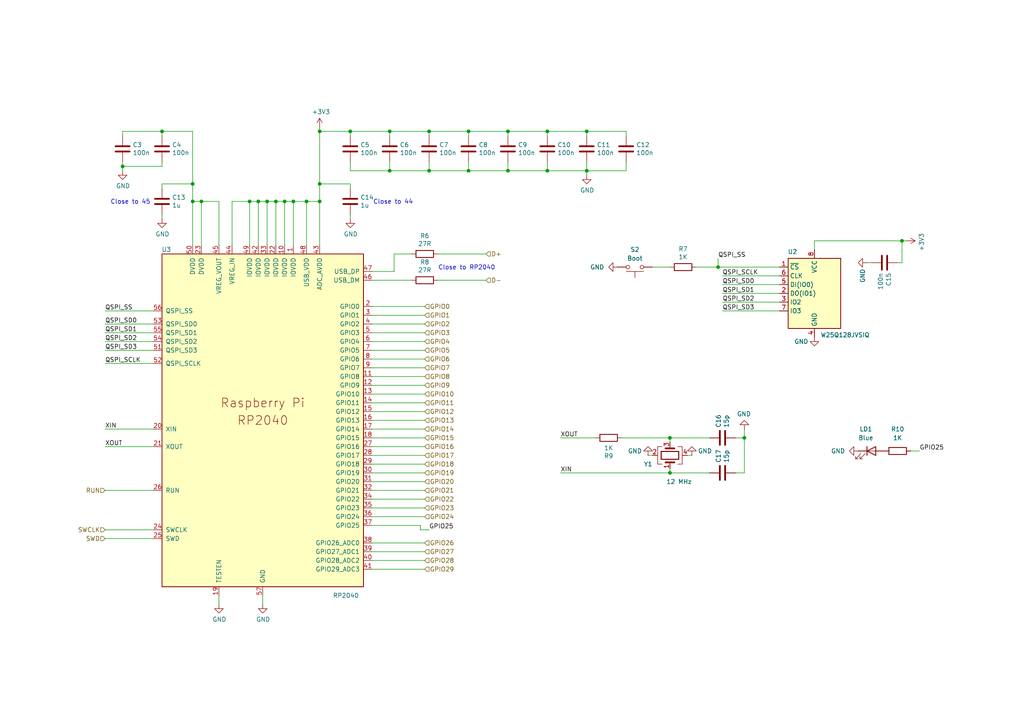
<source format=kicad_sch>
(kicad_sch (version 20250114) (generator "eeschema") (generator_version "9.0")
  (paper "A4")
  (title_block (title "MiniFRANK RM1E") (date "2025-04-15") (rev "${VERSION}") (company "Mikhail Matveev") (comment 1 "https://github.com/xtremespb/frank"))
  (lib_symbols
    (symbol "+3V3_1" (power) (pin_numbers (hide yes)) (pin_names (offset 0) (hide yes))
      (property "Value" "+3V3" (at 0 3.556 0))
      (symbol "+3V3_1_0_1"
        (polyline (pts (xy -0.762 1.27) (xy 0 2.54)))
        (polyline (pts (xy 0 2.54) (xy 0.762 1.27)))
        (polyline (pts (xy 0 0) (xy 0 2.54)))
      )
      (symbol "+3V3_1_1_1"
        (pin power_in line (at 0 0 90) (length 0) (name "~") (number "1"))
      )
    )
    (symbol "Device:C" (pin_numbers (hide yes)) (pin_names (offset 0.254))
      (property "Reference" "C" (at 0.635 2.54 0))
      (property "Value" "C" (at 0.635 -2.54 0))
      (symbol "C_0_1"
        (polyline (pts (xy -2.032 0.762) (xy 2.032 0.762)) (stroke (width 0.508)))
        (polyline (pts (xy -2.032 -0.762) (xy 2.032 -0.762)) (stroke (width 0.508)))
      )
      (symbol "C_1_1"
        (pin passive line (at 0 3.81 270) (length 2.794) (name "~") (number "1"))
        (pin passive line (at 0 -3.81 90) (length 2.794) (name "~") (number "2"))
      )
    )
    (symbol "Device:Crystal_GND24" (pin_names (offset 1.016) (hide yes))
      (property "Reference" "Y" (at 3.175 5.08 0))
      (property "Value" "Crystal_GND24" (at 3.175 3.175 0))
      (symbol "Crystal_GND24_0_1"
        (polyline (pts (xy -2.54 2.286) (xy -2.54 3.556) (xy 2.54 3.556) (xy 2.54 2.286)))
        (polyline (pts (xy -2.54 0) (xy -2.032 0)))
        (polyline (pts (xy -2.54 -2.286) (xy -2.54 -3.556) (xy 2.54 -3.556) (xy 2.54 -2.286)))
        (polyline (pts (xy -2.032 -1.27) (xy -2.032 1.27)) (stroke (width 0.508)))
        (rectangle (start -1.143 2.54) (end 1.143 -2.54) (stroke (width 0.3048)))
        (polyline (pts (xy 0 3.556) (xy 0 3.81)))
        (polyline (pts (xy 0 -3.81) (xy 0 -3.556)))
        (polyline (pts (xy 2.032 0) (xy 2.54 0)))
        (polyline (pts (xy 2.032 -1.27) (xy 2.032 1.27)) (stroke (width 0.508)))
      )
      (symbol "Crystal_GND24_1_1"
        (pin passive line (at -3.81 0 0) (length 1.27) (name "1") (number "1"))
        (pin passive line (at 0 5.08 270) (length 1.27) (name "2") (number "2"))
        (pin passive line (at 0 -5.08 90) (length 1.27) (name "4") (number "4"))
        (pin passive line (at 3.81 0 180) (length 1.27) (name "3") (number "3"))
      )
    )
    (symbol "Device:LED" (pin_numbers (hide yes)) (pin_names (offset 1.016) (hide yes))
      (property "Reference" "D" (at 0 2.54 0))
      (property "Value" "LED" (at 0 -2.54 0))
      (symbol "LED_0_1"
        (polyline (pts (xy -3.048 -0.762) (xy -4.572 -2.286) (xy -3.81 -2.286) (xy -4.572 -2.286) (xy -4.572 -1.524)))
        (polyline (pts (xy -1.778 -0.762) (xy -3.302 -2.286) (xy -2.54 -2.286) (xy -3.302 -2.286) (xy -3.302 -1.524)))
        (polyline (pts (xy -1.27 0) (xy 1.27 0)))
        (polyline (pts (xy -1.27 -1.27) (xy -1.27 1.27)) (stroke (width 0.254)))
        (polyline (pts (xy 1.27 -1.27) (xy 1.27 1.27) (xy -1.27 0) (xy 1.27 -1.27)) (stroke (width 0.254)))
      )
      (symbol "LED_1_1"
        (pin passive line (at -3.81 0 0) (length 2.54) (name "K") (number "1"))
        (pin passive line (at 3.81 0 180) (length 2.54) (name "A") (number "2"))
      )
    )
    (symbol "Device:R" (pin_numbers (hide yes)) (pin_names (offset 0))
      (property "Reference" "R" (at 2.032 0 90))
      (property "Value" "R" (at 0 0 90))
      (symbol "R_0_1"
        (rectangle (start -1.016 -2.54) (end 1.016 2.54) (stroke (width 0.254)))
      )
      (symbol "R_1_1"
        (pin passive line (at 0 3.81 270) (length 1.27) (name "~") (number "1"))
        (pin passive line (at 0 -3.81 90) (length 1.27) (name "~") (number "2"))
      )
    )
    (symbol "FRANK:Flash_W25Q128JVS"
      (property "Reference" "FL1" (at -6.35 12.065 0))
      (property "Value" "W25Q128JVSIQ" (at 8.89 -12.065 0))
      (symbol "Flash_W25Q128JVS_0_1"
        (rectangle (start -7.62 10.16) (end 7.62 -10.16) (stroke (width 0.254)) (fill (type background)))
      )
      (symbol "Flash_W25Q128JVS_1_1"
        (pin input line (at -10.16 7.62 0) (length 2.54) (name "~{CS}") (number "1"))
        (pin input line (at -10.16 5.08 0) (length 2.54) (name "CLK") (number "6"))
        (pin bidirectional line (at -10.16 2.54 0) (length 2.54) (name "DI(IO0)") (number "5"))
        (pin bidirectional line (at -10.16 0 0) (length 2.54) (name "DO(IO1)") (number "2"))
        (pin bidirectional line (at -10.16 -2.54 0) (length 2.54) (name "IO2") (number "3"))
        (pin bidirectional line (at -10.16 -5.08 0) (length 2.54) (name "IO3") (number "7"))
        (pin power_in line (at 0 12.7 270) (length 2.54) (name "VCC") (number "8"))
        (pin power_in line (at 0 -12.7 90) (length 2.54) (name "GND") (number "4"))
      )
    )
    (symbol "FRANK:RP2040" (pin_names (offset 1.016))
      (property "Reference" "RP1" (at -27.94 49.53 0))
      (property "Value" "RP2040" (at 24.13 -50.8 0))
      (symbol "RP2040_0_0"
        (text "Raspberry Pi" (at 0 5.08 0) (effects (font (size 2.54 2.54))))
        (text "RP2040" (at 0 0 0) (effects (font (size 2.54 2.54))))
      )
      (symbol "RP2040_0_1"
        (rectangle (start 29.21 48.26) (end -29.21 -48.26) (stroke (width 0.254)) (fill (type background)))
      )
      (symbol "RP2040_1_1"
        (pin bidirectional line (at -31.75 31.75 0) (length 2.54) (name "QSPI_SS") (number "56"))
        (pin bidirectional line (at -31.75 27.94 0) (length 2.54) (name "QSPI_SD0") (number "53"))
        (pin bidirectional line (at -31.75 25.4 0) (length 2.54) (name "QSPI_SD1") (number "55"))
        (pin bidirectional line (at -31.75 22.86 0) (length 2.54) (name "QSPI_SD2") (number "54"))
        (pin bidirectional line (at -31.75 20.32 0) (length 2.54) (name "QSPI_SD3") (number "51"))
        (pin output line (at -31.75 16.51 0) (length 2.54) (name "QSPI_SCLK") (number "52"))
        (pin input line (at -31.75 -2.54 0) (length 2.54) (name "XIN") (number "20"))
        (pin passive line (at -31.75 -7.62 0) (length 2.54) (name "XOUT") (number "21"))
        (pin input line (at -31.75 -20.32 0) (length 2.54) (name "RUN") (number "26"))
        (pin output line (at -31.75 -31.75 0) (length 2.54) (name "SWCLK") (number "24"))
        (pin bidirectional line (at -31.75 -34.29 0) (length 2.54) (name "SWD") (number "25"))
        (pin power_in line (at -20.32 50.8 270) (length 2.54) (name "DVDD") (number "50"))
        (pin power_in line (at -17.78 50.8 270) (length 2.54) (name "DVDD") (number "23"))
        (pin power_out line (at -12.7 50.8 270) (length 2.54) (name "VREG_VOUT") (number "45"))
        (pin passive line (at -12.7 -50.8 90) (length 2.54) (name "TESTEN") (number "19"))
        (pin power_in line (at -8.89 50.8 270) (length 2.54) (name "VREG_IN") (number "44"))
        (pin power_in line (at -3.81 50.8 270) (length 2.54) (name "IOVDD") (number "49"))
        (pin power_in line (at -1.27 50.8 270) (length 2.54) (name "IOVDD") (number "42"))
        (pin power_in line (at 0 -50.8 90) (length 2.54) (name "GND") (number "57"))
        (pin power_in line (at 1.27 50.8 270) (length 2.54) (name "IOVDD") (number "33"))
        (pin power_in line (at 3.81 50.8 270) (length 2.54) (name "IOVDD") (number "22"))
        (pin power_in line (at 6.35 50.8 270) (length 2.54) (name "IOVDD") (number "10"))
        (pin power_in line (at 8.89 50.8 270) (length 2.54) (name "IOVDD") (number "1"))
        (pin power_in line (at 12.7 50.8 270) (length 2.54) (name "USB_VDD") (number "48"))
        (pin power_in line (at 16.51 50.8 270) (length 2.54) (name "ADC_AVDD") (number "43"))
        (pin bidirectional line (at 31.75 43.18 180) (length 2.54) (name "USB_DP") (number "47"))
        (pin bidirectional line (at 31.75 40.64 180) (length 2.54) (name "USB_DM") (number "46"))
        (pin bidirectional line (at 31.75 33.02 180) (length 2.54) (name "GPIO0") (number "2"))
        (pin bidirectional line (at 31.75 30.48 180) (length 2.54) (name "GPIO1") (number "3"))
        (pin bidirectional line (at 31.75 27.94 180) (length 2.54) (name "GPIO2") (number "4"))
        (pin bidirectional line (at 31.75 25.4 180) (length 2.54) (name "GPIO3") (number "5"))
        (pin bidirectional line (at 31.75 22.86 180) (length 2.54) (name "GPIO4") (number "6"))
        (pin bidirectional line (at 31.75 20.32 180) (length 2.54) (name "GPIO5") (number "7"))
        (pin bidirectional line (at 31.75 17.78 180) (length 2.54) (name "GPIO6") (number "8"))
        (pin bidirectional line (at 31.75 15.24 180) (length 2.54) (name "GPIO7") (number "9"))
        (pin bidirectional line (at 31.75 12.7 180) (length 2.54) (name "GPIO8") (number "11"))
        (pin bidirectional line (at 31.75 10.16 180) (length 2.54) (name "GPIO9") (number "12"))
        (pin bidirectional line (at 31.75 7.62 180) (length 2.54) (name "GPIO10") (number "13"))
        (pin bidirectional line (at 31.75 5.08 180) (length 2.54) (name "GPIO11") (number "14"))
        (pin bidirectional line (at 31.75 2.54 180) (length 2.54) (name "GPIO12") (number "15"))
        (pin bidirectional line (at 31.75 0 180) (length 2.54) (name "GPIO13") (number "16"))
        (pin bidirectional line (at 31.75 -2.54 180) (length 2.54) (name "GPIO14") (number "17"))
        (pin bidirectional line (at 31.75 -5.08 180) (length 2.54) (name "GPIO15") (number "18"))
        (pin bidirectional line (at 31.75 -7.62 180) (length 2.54) (name "GPIO16") (number "27"))
        (pin bidirectional line (at 31.75 -10.16 180) (length 2.54) (name "GPIO17") (number "28"))
        (pin bidirectional line (at 31.75 -12.7 180) (length 2.54) (name "GPIO18") (number "29"))
        (pin bidirectional line (at 31.75 -15.24 180) (length 2.54) (name "GPIO19") (number "30"))
        (pin bidirectional line (at 31.75 -17.78 180) (length 2.54) (name "GPIO20") (number "31"))
        (pin bidirectional line (at 31.75 -20.32 180) (length 2.54) (name "GPIO21") (number "32"))
        (pin bidirectional line (at 31.75 -22.86 180) (length 2.54) (name "GPIO22") (number "34"))
        (pin bidirectional line (at 31.75 -25.4 180) (length 2.54) (name "GPIO23") (number "35"))
        (pin bidirectional line (at 31.75 -27.94 180) (length 2.54) (name "GPIO24") (number "36"))
        (pin bidirectional line (at 31.75 -30.48 180) (length 2.54) (name "GPIO25") (number "37"))
        (pin bidirectional line (at 31.75 -35.56 180) (length 2.54) (name "GPIO26_ADC0") (number "38"))
        (pin bidirectional line (at 31.75 -38.1 180) (length 2.54) (name "GPIO27_ADC1") (number "39"))
        (pin bidirectional line (at 31.75 -40.64 180) (length 2.54) (name "GPIO28_ADC2") (number "40"))
        (pin bidirectional line (at 31.75 -43.18 180) (length 2.54) (name "GPIO29_ADC3") (number "41"))
      )
    )
    (symbol "GND_10" (power) (pin_numbers (hide yes)) (pin_names (offset 0) (hide yes))
      (property "Value" "GND" (at 0 -3.81 0))
      (symbol "GND_10_0_1"
        (polyline (pts (xy 0 0) (xy 0 -1.27) (xy 1.27 -1.27) (xy 0 -2.54) (xy -1.27 -1.27) (xy 0 -1.27)))
      )
      (symbol "GND_10_1_1"
        (pin power_in line (at 0 0 270) (length 0) (name "~") (number "1"))
      )
    )
    (symbol "GND_11" (power) (pin_numbers (hide yes)) (pin_names (offset 0) (hide yes))
      (property "Value" "GND" (at 0 -3.81 0))
      (symbol "GND_11_0_1"
        (polyline (pts (xy 0 0) (xy 0 -1.27) (xy 1.27 -1.27) (xy 0 -2.54) (xy -1.27 -1.27) (xy 0 -1.27)))
      )
      (symbol "GND_11_1_1"
        (pin power_in line (at 0 0 270) (length 0) (name "~") (number "1"))
      )
    )
    (symbol "GND_12" (power) (pin_numbers (hide yes)) (pin_names (offset 0) (hide yes))
      (property "Value" "GND" (at 0 -3.81 0))
      (symbol "GND_12_0_1"
        (polyline (pts (xy 0 0) (xy 0 -1.27) (xy 1.27 -1.27) (xy 0 -2.54) (xy -1.27 -1.27) (xy 0 -1.27)))
      )
      (symbol "GND_12_1_1"
        (pin power_in line (at 0 0 270) (length 0) (name "~") (number "1"))
      )
    )
    (symbol "GND_2" (power) (pin_numbers (hide yes)) (pin_names (offset 0) (hide yes))
      (property "Value" "GND" (at 0 -3.81 0))
      (symbol "GND_2_0_1"
        (polyline (pts (xy 0 0) (xy 0 -1.27) (xy 1.27 -1.27) (xy 0 -2.54) (xy -1.27 -1.27) (xy 0 -1.27)))
      )
      (symbol "GND_2_1_1"
        (pin power_in line (at 0 0 270) (length 0) (name "~") (number "1"))
      )
    )
    (symbol "GND_3" (power) (pin_numbers (hide yes)) (pin_names (offset 0) (hide yes))
      (property "Value" "GND" (at 0 -3.81 0))
      (symbol "GND_3_0_1"
        (polyline (pts (xy 0 0) (xy 0 -1.27) (xy 1.27 -1.27) (xy 0 -2.54) (xy -1.27 -1.27) (xy 0 -1.27)))
      )
      (symbol "GND_3_1_1"
        (pin power_in line (at 0 0 270) (length 0) (name "~") (number "1"))
      )
    )
    (symbol "GND_4" (power) (pin_numbers (hide yes)) (pin_names (offset 0) (hide yes))
      (property "Value" "GND" (at 0 -3.81 0))
      (symbol "GND_4_0_1"
        (polyline (pts (xy 0 0) (xy 0 -1.27) (xy 1.27 -1.27) (xy 0 -2.54) (xy -1.27 -1.27) (xy 0 -1.27)))
      )
      (symbol "GND_4_1_1"
        (pin power_in line (at 0 0 270) (length 0) (name "~") (number "1"))
      )
    )
    (symbol "GND_5" (power) (pin_numbers (hide yes)) (pin_names (offset 0) (hide yes))
      (property "Value" "GND" (at 0 -3.81 0))
      (symbol "GND_5_0_1"
        (polyline (pts (xy 0 0) (xy 0 -1.27) (xy 1.27 -1.27) (xy 0 -2.54) (xy -1.27 -1.27) (xy 0 -1.27)))
      )
      (symbol "GND_5_1_1"
        (pin power_in line (at 0 0 270) (length 0) (name "~") (number "1"))
      )
    )
    (symbol "GND_6" (power) (pin_numbers (hide yes)) (pin_names (offset 0) (hide yes))
      (property "Value" "GND" (at 0 -3.81 0))
      (symbol "GND_6_0_1"
        (polyline (pts (xy 0 0) (xy 0 -1.27) (xy 1.27 -1.27) (xy 0 -2.54) (xy -1.27 -1.27) (xy 0 -1.27)))
      )
      (symbol "GND_6_1_1"
        (pin power_in line (at 0 0 270) (length 0) (name "~") (number "1"))
      )
    )
    (symbol "GND_7" (power) (pin_numbers (hide yes)) (pin_names (offset 0) (hide yes))
      (property "Value" "GND" (at 0 -3.81 0))
      (symbol "GND_7_0_1"
        (polyline (pts (xy 0 0) (xy 0 -1.27) (xy 1.27 -1.27) (xy 0 -2.54) (xy -1.27 -1.27) (xy 0 -1.27)))
      )
      (symbol "GND_7_1_1"
        (pin power_in line (at 0 0 270) (length 0) (name "~") (number "1"))
      )
    )
    (symbol "GND_8" (power) (pin_numbers (hide yes)) (pin_names (offset 0) (hide yes))
      (property "Value" "GND" (at 0 -3.81 0))
      (symbol "GND_8_0_1"
        (polyline (pts (xy 0 0) (xy 0 -1.27) (xy 1.27 -1.27) (xy 0 -2.54) (xy -1.27 -1.27) (xy 0 -1.27)))
      )
      (symbol "GND_8_1_1"
        (pin power_in line (at 0 0 270) (length 0) (name "~") (number "1"))
      )
    )
    (symbol "GND_9" (power) (pin_numbers (hide yes)) (pin_names (offset 0) (hide yes))
      (property "Value" "GND" (at 0 -3.81 0))
      (symbol "GND_9_0_1"
        (polyline (pts (xy 0 0) (xy 0 -1.27) (xy 1.27 -1.27) (xy 0 -2.54) (xy -1.27 -1.27) (xy 0 -1.27)))
      )
      (symbol "GND_9_1_1"
        (pin power_in line (at 0 0 270) (length 0) (name "~") (number "1"))
      )
    )
    (symbol "Switch:SW_Push" (pin_numbers (hide yes)) (pin_names (offset 1.016) (hide yes))
      (property "Reference" "SW" (at 1.27 2.54 0))
      (property "Value" "SW_Push" (at 0 -1.524 0))
      (symbol "SW_Push_0_1"
        (circle (center -2.032 0) (radius 0.508))
        (polyline (pts (xy 0 1.27) (xy 0 3.048)))
        (circle (center 2.032 0) (radius 0.508))
        (polyline (pts (xy 2.54 1.27) (xy -2.54 1.27)))
        (pin passive line (at -5.08 0 0) (length 2.54) (name "1") (number "1"))
        (pin passive line (at 5.08 0 180) (length 2.54) (name "2") (number "2"))
      )
    )
    (symbol "power:+3V3" (power) (pin_numbers (hide yes)) (pin_names (offset 0) (hide yes))
      (property "Value" "+3V3" (at 0 3.556 0))
      (symbol "+3V3_0_1"
        (polyline (pts (xy -0.762 1.27) (xy 0 2.54)))
        (polyline (pts (xy 0 2.54) (xy 0.762 1.27)))
        (polyline (pts (xy 0 0) (xy 0 2.54)))
      )
      (symbol "+3V3_1_1"
        (pin power_in line (at 0 0 90) (length 0) (name "~") (number "1"))
      )
    )
    (symbol "power:GND" (power) (pin_numbers (hide yes)) (pin_names (offset 0) (hide yes))
      (property "Value" "GND" (at 0 -3.81 0))
      (symbol "GND_0_1"
        (polyline (pts (xy 0 0) (xy 0 -1.27) (xy 1.27 -1.27) (xy 0 -2.54) (xy -1.27 -1.27) (xy 0 -1.27)))
      )
      (symbol "GND_1_1"
        (pin power_in line (at 0 0 270) (length 0) (name "~") (number "1"))
      )
    )
  )
  (text "Close to 44" (at 114.046 58.674 0) (effects (font (size 1.27 1.27))))
  (text "Close to RP2040" (at 135.382 77.724 0) (effects (font (size 1.27 1.27))))
  (text "Close to 45" (at 37.846 58.674 0) (effects (font (size 1.27 1.27))))
  (junction (at 58.42 58.42))
  (junction (at 215.9 127))
  (junction (at 113.03 49.53))
  (junction (at 88.9 58.42))
  (junction (at 101.6 38.1))
  (junction (at 158.75 49.53))
  (junction (at 72.39 58.42))
  (junction (at 170.18 38.1))
  (junction (at 82.55 58.42))
  (junction (at 92.71 53.34))
  (junction (at 170.18 49.53))
  (junction (at 35.56 48.26))
  (junction (at 147.32 49.53))
  (junction (at 80.01 58.42))
  (junction (at 135.89 38.1))
  (junction (at 55.88 53.34))
  (junction (at 113.03 38.1))
  (junction (at 46.99 38.1))
  (junction (at 208.28 77.47))
  (junction (at 135.89 49.53))
  (junction (at 92.71 38.1))
  (junction (at 85.09 58.42))
  (junction (at 74.93 58.42))
  (junction (at 194.31 127))
  (junction (at 158.75 38.1))
  (junction (at 124.46 38.1))
  (junction (at 92.71 58.42))
  (junction (at 55.88 58.42))
  (junction (at 77.47 58.42))
  (junction (at 261.62 69.85))
  (junction (at 194.31 137.16))
  (junction (at 124.46 49.53))
  (junction (at 147.32 38.1))
  (wire (pts (xy 58.42 58.42) (xy 55.88 58.42)))
  (wire (pts (xy 226.06 82.55) (xy 209.55 82.55)))
  (wire (pts (xy 127 73.66) (xy 140.97 73.66)))
  (wire (pts (xy 107.95 104.14) (xy 123.19 104.14)))
  (wire (pts (xy 121.92 152.4) (xy 107.95 152.4)))
  (wire (pts (xy 46.99 48.26) (xy 46.99 46.99)))
  (wire (pts (xy 170.18 46.99) (xy 170.18 49.53)))
  (wire (pts (xy 114.3 73.66) (xy 114.3 78.74)))
  (wire (pts (xy 82.55 58.42) (xy 85.09 58.42)))
  (wire (pts (xy 158.75 39.37) (xy 158.75 38.1)))
  (wire (pts (xy 92.71 38.1) (xy 101.6 38.1)))
  (wire (pts (xy 101.6 46.99) (xy 101.6 49.53)))
  (wire (pts (xy 101.6 39.37) (xy 101.6 38.1)))
  (wire (pts (xy 67.31 58.42) (xy 72.39 58.42)))
  (wire (pts (xy 215.9 137.16) (xy 215.9 127)))
  (wire (pts (xy 252.73 76.2) (xy 251.46 76.2)))
  (wire (pts (xy 181.61 39.37) (xy 181.61 38.1)))
  (wire (pts (xy 107.95 142.24) (xy 123.19 142.24)))
  (wire (pts (xy 107.95 160.02) (xy 123.19 160.02)))
  (wire (pts (xy 113.03 39.37) (xy 113.03 38.1)))
  (wire (pts (xy 260.35 76.2) (xy 261.62 76.2)))
  (wire (pts (xy 101.6 62.23) (xy 101.6 63.5)))
  (wire (pts (xy 80.01 58.42) (xy 82.55 58.42)))
  (wire (pts (xy 205.74 137.16) (xy 194.31 137.16)))
  (wire (pts (xy 92.71 58.42) (xy 92.71 71.12)))
  (wire (pts (xy 63.5 71.12) (xy 63.5 58.42)))
  (wire (pts (xy 30.48 99.06) (xy 44.45 99.06)))
  (wire (pts (xy 107.95 165.1) (xy 123.19 165.1)))
  (wire (pts (xy 113.03 46.99) (xy 113.03 49.53)))
  (wire (pts (xy 236.22 69.85) (xy 261.62 69.85)))
  (wire (pts (xy 46.99 39.37) (xy 46.99 38.1)))
  (wire (pts (xy 208.28 77.47) (xy 226.06 77.47)))
  (wire (pts (xy 107.95 127) (xy 123.19 127)))
  (wire (pts (xy 189.23 77.47) (xy 194.31 77.47)))
  (wire (pts (xy 30.48 124.46) (xy 44.45 124.46)))
  (wire (pts (xy 107.95 96.52) (xy 123.19 96.52)))
  (wire (pts (xy 181.61 46.99) (xy 181.61 49.53)))
  (wire (pts (xy 213.36 137.16) (xy 215.9 137.16)))
  (wire (pts (xy 46.99 62.23) (xy 46.99 63.5)))
  (wire (pts (xy 107.95 101.6) (xy 123.19 101.6)))
  (wire (pts (xy 46.99 54.61) (xy 46.99 53.34)))
  (wire (pts (xy 92.71 53.34) (xy 92.71 58.42)))
  (wire (pts (xy 92.71 38.1) (xy 92.71 53.34)))
  (wire (pts (xy 127 81.28) (xy 140.97 81.28)))
  (wire (pts (xy 101.6 54.61) (xy 101.6 53.34)))
  (wire (pts (xy 88.9 71.12) (xy 88.9 58.42)))
  (wire (pts (xy 158.75 46.99) (xy 158.75 49.53)))
  (wire (pts (xy 55.88 53.34) (xy 55.88 58.42)))
  (wire (pts (xy 44.45 153.67) (xy 30.48 153.67)))
  (wire (pts (xy 107.95 124.46) (xy 123.19 124.46)))
  (wire (pts (xy 205.74 127) (xy 194.31 127)))
  (wire (pts (xy 107.95 139.7) (xy 123.19 139.7)))
  (wire (pts (xy 147.32 49.53) (xy 135.89 49.53)))
  (wire (pts (xy 72.39 58.42) (xy 74.93 58.42)))
  (wire (pts (xy 226.06 90.17) (xy 209.55 90.17)))
  (wire (pts (xy 101.6 38.1) (xy 113.03 38.1)))
  (wire (pts (xy 200.66 132.08) (xy 199.39 132.08)))
  (wire (pts (xy 209.55 80.01) (xy 226.06 80.01)))
  (wire (pts (xy 107.95 162.56) (xy 123.19 162.56)))
  (wire (pts (xy 67.31 71.12) (xy 67.31 58.42)))
  (wire (pts (xy 88.9 58.42) (xy 92.71 58.42)))
  (wire (pts (xy 46.99 53.34) (xy 55.88 53.34)))
  (wire (pts (xy 201.93 77.47) (xy 208.28 77.47)))
  (wire (pts (xy 35.56 46.99) (xy 35.56 48.26)))
  (wire (pts (xy 135.89 38.1) (xy 147.32 38.1)))
  (wire (pts (xy 107.95 99.06) (xy 123.19 99.06)))
  (wire (pts (xy 107.95 114.3) (xy 123.19 114.3)))
  (wire (pts (xy 147.32 38.1) (xy 158.75 38.1)))
  (wire (pts (xy 194.31 128.27) (xy 194.31 127)))
  (wire (pts (xy 55.88 38.1) (xy 55.88 53.34)))
  (wire (pts (xy 226.06 85.09) (xy 209.55 85.09)))
  (wire (pts (xy 236.22 72.39) (xy 236.22 69.85)))
  (wire (pts (xy 170.18 38.1) (xy 181.61 38.1)))
  (wire (pts (xy 213.36 127) (xy 215.9 127)))
  (wire (pts (xy 194.31 135.89) (xy 194.31 137.16)))
  (wire (pts (xy 114.3 73.66) (xy 119.38 73.66)))
  (wire (pts (xy 30.48 101.6) (xy 44.45 101.6)))
  (wire (pts (xy 107.95 147.32) (xy 123.19 147.32)))
  (wire (pts (xy 107.95 129.54) (xy 123.19 129.54)))
  (wire (pts (xy 80.01 71.12) (xy 80.01 58.42)))
  (wire (pts (xy 147.32 46.99) (xy 147.32 49.53)))
  (wire (pts (xy 72.39 71.12) (xy 72.39 58.42)))
  (wire (pts (xy 30.48 93.98) (xy 44.45 93.98)))
  (wire (pts (xy 30.48 90.17) (xy 44.45 90.17)))
  (wire (pts (xy 107.95 106.68) (xy 123.19 106.68)))
  (wire (pts (xy 194.31 137.16) (xy 162.56 137.16)))
  (wire (pts (xy 158.75 38.1) (xy 170.18 38.1)))
  (wire (pts (xy 113.03 38.1) (xy 124.46 38.1)))
  (wire (pts (xy 63.5 172.72) (xy 63.5 175.26)))
  (wire (pts (xy 107.95 132.08) (xy 123.19 132.08)))
  (wire (pts (xy 264.16 130.81) (xy 266.7 130.81)))
  (wire (pts (xy 172.72 127) (xy 162.56 127)))
  (wire (pts (xy 107.95 116.84) (xy 123.19 116.84)))
  (wire (pts (xy 107.95 78.74) (xy 114.3 78.74)))
  (wire (pts (xy 124.46 46.99) (xy 124.46 49.53)))
  (wire (pts (xy 262.89 69.85) (xy 261.62 69.85)))
  (wire (pts (xy 147.32 39.37) (xy 147.32 38.1)))
  (wire (pts (xy 194.31 127) (xy 180.34 127)))
  (wire (pts (xy 107.95 81.28) (xy 119.38 81.28)))
  (wire (pts (xy 35.56 48.26) (xy 46.99 48.26)))
  (wire (pts (xy 124.46 39.37) (xy 124.46 38.1)))
  (wire (pts (xy 30.48 129.54) (xy 44.45 129.54)))
  (wire (pts (xy 107.95 91.44) (xy 123.19 91.44)))
  (wire (pts (xy 158.75 49.53) (xy 147.32 49.53)))
  (wire (pts (xy 92.71 53.34) (xy 101.6 53.34)))
  (wire (pts (xy 215.9 127) (xy 215.9 124.46)))
  (wire (pts (xy 170.18 49.53) (xy 181.61 49.53)))
  (wire (pts (xy 55.88 58.42) (xy 55.88 71.12)))
  (wire (pts (xy 44.45 142.24) (xy 30.48 142.24)))
  (wire (pts (xy 44.45 156.21) (xy 30.48 156.21)))
  (wire (pts (xy 170.18 39.37) (xy 170.18 38.1)))
  (wire (pts (xy 85.09 58.42) (xy 88.9 58.42)))
  (wire (pts (xy 121.92 153.67) (xy 124.46 153.67)))
  (wire (pts (xy 107.95 119.38) (xy 123.19 119.38)))
  (wire (pts (xy 135.89 46.99) (xy 135.89 49.53)))
  (wire (pts (xy 113.03 49.53) (xy 101.6 49.53)))
  (wire (pts (xy 63.5 58.42) (xy 58.42 58.42)))
  (wire (pts (xy 135.89 39.37) (xy 135.89 38.1)))
  (wire (pts (xy 226.06 87.63) (xy 209.55 87.63)))
  (wire (pts (xy 124.46 38.1) (xy 135.89 38.1)))
  (wire (pts (xy 107.95 93.98) (xy 123.19 93.98)))
  (wire (pts (xy 135.89 49.53) (xy 124.46 49.53)))
  (wire (pts (xy 92.71 36.83) (xy 92.71 38.1)))
  (wire (pts (xy 121.92 153.67) (xy 121.92 152.4)))
  (wire (pts (xy 189.23 132.08) (xy 187.96 132.08)))
  (wire (pts (xy 107.95 121.92) (xy 123.19 121.92)))
  (wire (pts (xy 208.28 74.93) (xy 208.28 77.47)))
  (wire (pts (xy 124.46 49.53) (xy 113.03 49.53)))
  (wire (pts (xy 77.47 58.42) (xy 80.01 58.42)))
  (wire (pts (xy 46.99 38.1) (xy 55.88 38.1)))
  (wire (pts (xy 107.95 111.76) (xy 123.19 111.76)))
  (wire (pts (xy 85.09 58.42) (xy 85.09 71.12)))
  (wire (pts (xy 107.95 137.16) (xy 123.19 137.16)))
  (wire (pts (xy 35.56 38.1) (xy 46.99 38.1)))
  (wire (pts (xy 35.56 39.37) (xy 35.56 38.1)))
  (wire (pts (xy 35.56 48.26) (xy 35.56 49.53)))
  (wire (pts (xy 30.48 105.41) (xy 44.45 105.41)))
  (wire (pts (xy 158.75 49.53) (xy 170.18 49.53)))
  (wire (pts (xy 74.93 71.12) (xy 74.93 58.42)))
  (wire (pts (xy 76.2 172.72) (xy 76.2 175.26)))
  (wire (pts (xy 74.93 58.42) (xy 77.47 58.42)))
  (wire (pts (xy 170.18 49.53) (xy 170.18 50.8)))
  (wire (pts (xy 107.95 134.62) (xy 123.19 134.62)))
  (wire (pts (xy 30.48 96.52) (xy 44.45 96.52)))
  (wire (pts (xy 107.95 109.22) (xy 123.19 109.22)))
  (wire (pts (xy 77.47 71.12) (xy 77.47 58.42)))
  (wire (pts (xy 58.42 71.12) (xy 58.42 58.42)))
  (wire (pts (xy 107.95 157.48) (xy 123.19 157.48)))
  (wire (pts (xy 107.95 149.86) (xy 123.19 149.86)))
  (wire (pts (xy 261.62 76.2) (xy 261.62 69.85)))
  (wire (pts (xy 107.95 88.9) (xy 123.19 88.9)))
  (wire (pts (xy 82.55 71.12) (xy 82.55 58.42)))
  (wire (pts (xy 107.95 144.78) (xy 123.19 144.78)))
  (label "QSPI_SD2" (at 209.55 87.63 0))
  (label "QSPI_SCLK" (at 30.48 105.41 0))
  (label "QSPI_SD0" (at 30.48 93.98 0))
  (label "QSPI_SS" (at 208.28 74.93 0))
  (label "XIN" (at 30.48 124.46 0))
  (label "QSPI_SCLK" (at 209.55 80.01 0))
  (label "QSPI_SD1" (at 30.48 96.52 0))
  (label "QSPI_SD3" (at 30.48 101.6 0))
  (label "GPIO25" (at 266.7 130.81 0))
  (label "XIN" (at 162.56 137.16 0))
  (label "GPIO25" (at 124.46 153.67 0))
  (label "QSPI_SD0" (at 209.55 82.55 0))
  (label "XOUT" (at 162.56 127 0))
  (label "XOUT" (at 30.48 129.54 0))
  (label "QSPI_SD1" (at 209.55 85.09 0))
  (label "QSPI_SD3" (at 209.55 90.17 0))
  (label "QSPI_SD2" (at 30.48 99.06 0))
  (label "QSPI_SS" (at 30.48 90.17 0))
  (hierarchical_label "GPIO18" (shape input) (at 123.19 134.62 0))
  (hierarchical_label "GPIO29" (shape input) (at 123.19 165.1 0))
  (hierarchical_label "GPIO3" (shape input) (at 123.19 96.52 0))
  (hierarchical_label "GPIO15" (shape input) (at 123.19 127 0))
  (hierarchical_label "GPIO21" (shape input) (at 123.19 142.24 0))
  (hierarchical_label "GPIO16" (shape input) (at 123.19 129.54 0))
  (hierarchical_label "GPIO1" (shape input) (at 123.19 91.44 0))
  (hierarchical_label "D-" (shape input) (at 140.97 81.28 0))
  (hierarchical_label "GPIO11" (shape input) (at 123.19 116.84 0))
  (hierarchical_label "GPIO27" (shape input) (at 123.19 160.02 0))
  (hierarchical_label "D+" (shape input) (at 140.97 73.66 0))
  (hierarchical_label "GPIO20" (shape input) (at 123.19 139.7 0))
  (hierarchical_label "GPIO14" (shape input) (at 123.19 124.46 0))
  (hierarchical_label "GPIO8" (shape input) (at 123.19 109.22 0))
  (hierarchical_label "GPIO26" (shape input) (at 123.19 157.48 0))
  (hierarchical_label "GPIO22" (shape input) (at 123.19 144.78 0))
  (hierarchical_label "GPIO4" (shape input) (at 123.19 99.06 0))
  (hierarchical_label "GPIO7" (shape input) (at 123.19 106.68 0))
  (hierarchical_label "GPIO10" (shape input) (at 123.19 114.3 0))
  (hierarchical_label "SWD" (shape input) (at 30.48 156.21 180))
  (hierarchical_label "GPIO28" (shape input) (at 123.19 162.56 0))
  (hierarchical_label "RUN" (shape input) (at 30.48 142.24 180))
  (hierarchical_label "GPIO23" (shape input) (at 123.19 147.32 0))
  (hierarchical_label "GPIO0" (shape input) (at 123.19 88.9 0))
  (hierarchical_label "GPIO5" (shape input) (at 123.19 101.6 0))
  (hierarchical_label "SWCLK" (shape input) (at 30.48 153.67 180))
  (hierarchical_label "GPIO13" (shape input) (at 123.19 121.92 0))
  (hierarchical_label "GPIO6" (shape input) (at 123.19 104.14 0))
  (hierarchical_label "GPIO2" (shape input) (at 123.19 93.98 0))
  (hierarchical_label "GPIO17" (shape input) (at 123.19 132.08 0))
  (hierarchical_label "GPIO12" (shape input) (at 123.19 119.38 0))
  (hierarchical_label "GPIO9" (shape input) (at 123.19 111.76 0))
  (hierarchical_label "GPIO24" (shape input) (at 123.19 149.86 0))
  (hierarchical_label "GPIO19" (shape input) (at 123.19 137.16 0))
  (symbol (lib_id "Device:C") (at 46.99 43.18 0) (unit 1)
    (property "Reference" "C4" (at 49.911 42.0116 0) (effects (justify left)))
    (property "Value" "100n" (at 49.911 44.323 0) (effects (justify left)))
    (property "Footprint" "FRANK:Capacitor (0402)" (effects (hide yes)))
    (property "Datasheet" "https://eu.mouser.com/datasheet/2/447/KEM_C1075_X7R_HT_SMD-3316221.pdf" (effects (hide yes)))
    (property "AliExpress" "https://www.aliexpress.com/item/33008008276.html" (effects (hide yes)))
  )
  (symbol (lib_id "FRANK:RP2040") (at 76.2 121.92 0) (unit 1)
    (property "Reference" "U3" (at 48.26 72.39 0))
    (property "Value" "RP2040" (at 100.33 172.72 0))
    (property "Footprint" "FRANK:QFN 56" (effects (hide yes)))
    (property "Datasheet" "https://datasheets.raspberrypi.com/rp2040/rp2040-datasheet.pdf" (effects (hide yes)))
    (property "AliExpress" "https://www.aliexpress.com/item/1005007275652762.html" (effects (hide yes)))
  )
  (symbol (lib_id "power:GND") (at 179.07 77.47 270) (unit 1)
    (property "Reference" "#PWR024" (effects (hide yes)))
    (property "Value" "GND" (at 175.26 77.4699 90) (effects (justify right)))
    (property "Description" "Power symbol creates a global label with name \"GND\" , ground" (effects (hide yes)))
  )
  (symbol (lib_id "Device:R") (at 260.35 130.81 90) (unit 1)
    (property "Reference" "R10" (at 260.35 124.46 90))
    (property "Value" "1K" (at 260.35 127 90))
    (property "Footprint" "FRANK:Resistor (0402)" (effects (hide yes)))
    (property "Datasheet" "https://www.vishay.com/docs/28952/mcs0402at-mct0603at-mcu0805at-mca1206at.pdf" (effects (hide yes)))
    (property "Description" "Resistor" (effects (hide yes)))
    (property "AliExpress" "https://www.aliexpress.com/item/1005005945735199.html" (effects (hide yes)))
  )
  (symbol (lib_id "Device:Crystal_GND24") (at 194.31 132.08 90) (unit 1)
    (property "Reference" "Y1" (at 189.23 134.62 90) (effects (justify left)))
    (property "Value" "12 MHz" (at 200.66 139.7 90) (effects (justify left)))
    (property "Footprint" "FRANK:Crystal (3225)" (effects (hide yes)))
    (property "Datasheet" "https://eu.mouser.com/datasheet/2/905/c_NX3225SA_e-1317523.pdf" (effects (hide yes)))
    (property "Description" "ABM8-272-T3" (effects (hide yes)))
    (property "AliExpress" "https://www.aliexpress.com/item/1005004661413307.html" (effects (hide yes)))
  )
  (symbol (lib_name "+3V3_1") (lib_id "power:+3V3") (at 92.71 36.83 0) (unit 1)
    (property "Reference" "#PWR017" (effects (hide yes)))
    (property "Value" "+3V3" (at 93.091 32.4358 0))
    (property "Description" "Power symbol creates a global label with name \"+3V3\"" (effects (hide yes)))
  )
  (symbol (lib_id "FRANK:Flash_W25Q128JVS") (at 236.22 85.09 0) (unit 1)
    (property "Reference" "U2" (at 229.87 73.025 0))
    (property "Value" "W25Q128JVSIQ" (at 245.11 97.155 0))
    (property "Footprint" "FRANK:SOIC-8" (effects (hide yes)))
    (property "Datasheet" "https://www.winbond.com/resource-files/w25q128jv_dtr%20revc%2003272018%20plus.pdf" (effects (hide yes)))
    (property "Description" "128Mb Serial Flash Memory, Standard/Dual/Quad SPI, SOIC-8" (effects (hide yes)))
    (property "AliExpress" "https://www.aliexpress.com/item/1005007820627233.html" (effects (hide yes)))
  )
  (symbol (lib_id "Device:C") (at 135.89 43.18 0) (unit 1)
    (property "Reference" "C8" (at 138.811 42.0116 0) (effects (justify left)))
    (property "Value" "100n" (at 138.811 44.323 0) (effects (justify left)))
    (property "Footprint" "FRANK:Capacitor (0402)" (effects (hide yes)))
    (property "Datasheet" "https://eu.mouser.com/datasheet/2/447/KEM_C1075_X7R_HT_SMD-3316221.pdf" (effects (hide yes)))
    (property "AliExpress" "https://www.aliexpress.com/item/33008008276.html" (effects (hide yes)))
  )
  (symbol (lib_name "GND_2") (lib_id "power:GND") (at 248.92 130.81 270) (unit 1)
    (property "Reference" "#PWR027" (effects (hide yes)))
    (property "Value" "GND" (at 245.11 130.8099 90) (effects (justify right)))
    (property "Description" "Power symbol creates a global label with name \"GND\" , ground" (effects (hide yes)))
  )
  (symbol (lib_id "Device:R") (at 123.19 81.28 270) (unit 1)
    (property "Reference" "R8" (at 123.19 76.0222 90))
    (property "Value" "27R" (at 123.19 78.3336 90))
    (property "Footprint" "FRANK:Resistor (0402)" (effects (hide yes)))
    (property "Datasheet" "https://www.vishay.com/docs/28952/mcs0402at-mct0603at-mcu0805at-mca1206at.pdf" (effects (hide yes)))
    (property "AliExpress" "https://www.aliexpress.com/item/1005005945735199.html" (effects (hide yes)))
  )
  (symbol (lib_id "Device:R") (at 123.19 73.66 270) (unit 1)
    (property "Reference" "R6" (at 123.19 68.4022 90))
    (property "Value" "27R" (at 123.19 70.7136 90))
    (property "Footprint" "FRANK:Resistor (0402)" (effects (hide yes)))
    (property "Datasheet" "https://www.vishay.com/docs/28952/mcs0402at-mct0603at-mcu0805at-mca1206at.pdf" (effects (hide yes)))
    (property "AliExpress" "https://www.aliexpress.com/item/1005005945735199.html" (effects (hide yes)))
  )
  (symbol (lib_name "GND_4") (lib_id "power:GND") (at 46.99 63.5 0) (unit 1)
    (property "Reference" "#PWR020" (effects (hide yes)))
    (property "Value" "GND" (at 47.117 67.8942 0))
    (property "Description" "Power symbol creates a global label with name \"GND\" , ground" (effects (hide yes)))
  )
  (symbol (lib_id "power:+3V3") (at 262.89 69.85 270) (unit 1)
    (property "Reference" "#PWR022" (effects (hide yes)))
    (property "Value" "+3V3" (at 267.2842 70.231 0))
    (property "Description" "Power symbol creates a global label with name \"+3V3\"" (effects (hide yes)))
  )
  (symbol (lib_id "Device:R") (at 176.53 127 90) (unit 1)
    (property "Reference" "R9" (at 176.53 132.2578 90))
    (property "Value" "1K" (at 176.53 129.9464 90))
    (property "Footprint" "FRANK:Resistor (0402)" (effects (hide yes)))
    (property "Datasheet" "https://www.vishay.com/docs/28952/mcs0402at-mct0603at-mcu0805at-mca1206at.pdf" (effects (hide yes)))
    (property "AliExpress" "https://www.aliexpress.com/item/1005005945735199.html" (effects (hide yes)))
  )
  (symbol (lib_name "GND_6") (lib_id "power:GND") (at 76.2 175.26 0) (unit 1)
    (property "Reference" "#PWR031" (effects (hide yes)))
    (property "Value" "GND" (at 76.327 179.6542 0))
    (property "Description" "Power symbol creates a global label with name \"GND\" , ground" (effects (hide yes)))
  )
  (symbol (lib_id "Device:C") (at 35.56 43.18 0) (unit 1)
    (property "Reference" "C3" (at 38.481 42.0116 0) (effects (justify left)))
    (property "Value" "100n" (at 38.481 44.323 0) (effects (justify left)))
    (property "Footprint" "FRANK:Capacitor (0402)" (effects (hide yes)))
    (property "Datasheet" "https://eu.mouser.com/datasheet/2/447/KEM_C1075_X7R_HT_SMD-3316221.pdf" (effects (hide yes)))
    (property "AliExpress" "https://www.aliexpress.com/item/33008008276.html" (effects (hide yes)))
  )
  (symbol (lib_name "GND_10") (lib_id "power:GND") (at 236.22 97.79 0) (unit 1)
    (property "Reference" "#PWR025" (effects (hide yes)))
    (property "Value" "GND" (at 232.41 99.06 0))
    (property "Description" "Power symbol creates a global label with name \"GND\" , ground" (effects (hide yes)))
  )
  (symbol (lib_name "GND_12") (lib_id "power:GND") (at 200.66 132.08 180) (unit 1)
    (property "Reference" "#PWR029" (effects (hide yes)))
    (property "Value" "GND" (at 204.47 130.81 0))
    (property "Description" "Power symbol creates a global label with name \"GND\" , ground" (effects (hide yes)))
  )
  (symbol (lib_name "GND_3") (lib_id "power:GND") (at 35.56 49.53 0) (unit 1)
    (property "Reference" "#PWR018" (effects (hide yes)))
    (property "Value" "GND" (at 35.687 53.9242 0))
    (property "Description" "Power symbol creates a global label with name \"GND\" , ground" (effects (hide yes)))
  )
  (symbol (lib_id "Device:C") (at 101.6 43.18 0) (unit 1)
    (property "Reference" "C5" (at 104.521 42.0116 0) (effects (justify left)))
    (property "Value" "100n" (at 104.521 44.323 0) (effects (justify left)))
    (property "Footprint" "FRANK:Capacitor (0402)" (effects (hide yes)))
    (property "Datasheet" "https://eu.mouser.com/datasheet/2/447/KEM_C1075_X7R_HT_SMD-3316221.pdf" (effects (hide yes)))
    (property "AliExpress" "https://www.aliexpress.com/item/33008008276.html" (effects (hide yes)))
  )
  (symbol (lib_name "GND_11") (lib_id "power:GND") (at 187.96 132.08 180) (unit 1)
    (property "Reference" "#PWR028" (effects (hide yes)))
    (property "Value" "GND" (at 184.15 130.81 0))
    (property "Description" "Power symbol creates a global label with name \"GND\" , ground" (effects (hide yes)))
  )
  (symbol (lib_name "GND_9") (lib_id "power:GND") (at 251.46 76.2 270) (unit 1)
    (property "Reference" "#PWR023" (effects (hide yes)))
    (property "Value" "GND" (at 250.19 80.01 0))
    (property "Description" "Power symbol creates a global label with name \"GND\" , ground" (effects (hide yes)))
  )
  (symbol (lib_id "Device:C") (at 113.03 43.18 0) (unit 1)
    (property "Reference" "C6" (at 115.951 42.0116 0) (effects (justify left)))
    (property "Value" "100n" (at 115.951 44.323 0) (effects (justify left)))
    (property "Footprint" "FRANK:Capacitor (0402)" (effects (hide yes)))
    (property "Datasheet" "https://eu.mouser.com/datasheet/2/447/KEM_C1075_X7R_HT_SMD-3316221.pdf" (effects (hide yes)))
    (property "AliExpress" "https://www.aliexpress.com/item/33008008276.html" (effects (hide yes)))
  )
  (symbol (lib_id "Device:C") (at 101.6 58.42 0) (unit 1)
    (property "Reference" "C14" (at 104.521 57.2516 0) (effects (justify left)))
    (property "Value" "1u" (at 104.521 59.563 0) (effects (justify left)))
    (property "Footprint" "FRANK:Capacitor (0402)" (effects (hide yes)))
    (property "Datasheet" "https://eu.mouser.com/datasheet/2/40/KGM_X7R-3223212.pdf" (effects (hide yes)))
    (property "AliExpress" "https://www.aliexpress.com/item/33008008276.html" (effects (hide yes)))
  )
  (symbol (lib_id "Device:C") (at 256.54 76.2 270) (unit 1)
    (property "Reference" "C15" (at 257.7084 79.121 0) (effects (justify left)))
    (property "Value" "100n" (at 255.397 79.121 0) (effects (justify left)))
    (property "Footprint" "FRANK:Capacitor (0402)" (effects (hide yes)))
    (property "Datasheet" "https://eu.mouser.com/datasheet/2/447/KEM_C1075_X7R_HT_SMD-3316221.pdf" (effects (hide yes)))
    (property "AliExpress" "https://www.aliexpress.com/item/33008008276.html" (effects (hide yes)))
  )
  (symbol (lib_id "Device:C") (at 209.55 137.16 90) (unit 1)
    (property "Reference" "C17" (at 208.3816 134.239 0) (effects (justify left)))
    (property "Value" "15p" (at 210.693 134.239 0) (effects (justify left)))
    (property "Footprint" "FRANK:Capacitor (0402)" (effects (hide yes)))
    (property "Datasheet" "https://www.vishay.com/docs/45199/vjcommercialseries.pdf" (effects (hide yes)))
    (property "AliExpress" "https://www.aliexpress.com/item/33008008276.html" (effects (hide yes)))
  )
  (symbol (lib_id "Device:C") (at 181.61 43.18 0) (unit 1)
    (property "Reference" "C12" (at 184.531 42.0116 0) (effects (justify left)))
    (property "Value" "100n" (at 184.531 44.323 0) (effects (justify left)))
    (property "Footprint" "FRANK:Capacitor (0402)" (effects (hide yes)))
    (property "Datasheet" "https://eu.mouser.com/datasheet/2/447/KEM_C1075_X7R_HT_SMD-3316221.pdf" (effects (hide yes)))
    (property "AliExpress" "https://www.aliexpress.com/item/33008008276.html" (effects (hide yes)))
  )
  (symbol (lib_id "Device:C") (at 209.55 127 90) (unit 1)
    (property "Reference" "C16" (at 208.3816 124.079 0) (effects (justify left)))
    (property "Value" "15p" (at 210.693 124.079 0) (effects (justify left)))
    (property "Footprint" "FRANK:Capacitor (0402)" (effects (hide yes)))
    (property "Datasheet" "https://www.vishay.com/docs/45199/vjcommercialseries.pdf" (effects (hide yes)))
    (property "AliExpress" "https://www.aliexpress.com/item/33008008276.html" (effects (hide yes)))
  )
  (symbol (lib_id "Device:LED") (at 252.73 130.81 0) (unit 1)
    (property "Reference" "LD1" (at 251.1425 124.46 0))
    (property "Value" "Blue" (at 251.1425 127 0))
    (property "Footprint" "FRANK:LED (0402)" (effects (hide yes)))
    (property "Datasheet" "https://www.farnell.com/datasheets/1760130.pdf" (effects (hide yes)))
    (property "Description" "Light emitting diode" (effects (hide yes)))
    (property "AliExpress" "https://www.aliexpress.com/item/1005007252088951.html" (effects (hide yes)))
    (property "Sim.Pins" "1=K 2=A" (effects (hide yes)))
  )
  (symbol (lib_name "GND_8") (lib_id "power:GND") (at 170.18 50.8 0) (unit 1)
    (property "Reference" "#PWR019" (effects (hide yes)))
    (property "Value" "GND" (at 170.307 55.1942 0))
    (property "Description" "Power symbol creates a global label with name \"GND\" , ground" (effects (hide yes)))
  )
  (symbol (lib_id "power:GND") (at 215.9 124.46 180) (unit 1)
    (property "Reference" "#PWR026" (effects (hide yes)))
    (property "Value" "GND" (at 215.773 120.0658 0))
    (property "Description" "Power symbol creates a global label with name \"GND\" , ground" (effects (hide yes)))
  )
  (symbol (lib_id "Device:C") (at 46.99 58.42 0) (unit 1)
    (property "Reference" "C13" (at 49.911 57.2516 0) (effects (justify left)))
    (property "Value" "1u" (at 49.911 59.563 0) (effects (justify left)))
    (property "Footprint" "FRANK:Capacitor (0402)" (effects (hide yes)))
    (property "Datasheet" "https://eu.mouser.com/datasheet/2/40/KGM_X7R-3223212.pdf" (effects (hide yes)))
    (property "AliExpress" "https://www.aliexpress.com/item/33008008276.html" (effects (hide yes)))
  )
  (symbol (lib_id "Device:C") (at 124.46 43.18 0) (unit 1)
    (property "Reference" "C7" (at 127.381 42.0116 0) (effects (justify left)))
    (property "Value" "100n" (at 127.381 44.323 0) (effects (justify left)))
    (property "Footprint" "FRANK:Capacitor (0402)" (effects (hide yes)))
    (property "Datasheet" "https://eu.mouser.com/datasheet/2/447/KEM_C1075_X7R_HT_SMD-3316221.pdf" (effects (hide yes)))
    (property "AliExpress" "https://www.aliexpress.com/item/33008008276.html" (effects (hide yes)))
  )
  (symbol (lib_id "Device:C") (at 170.18 43.18 0) (unit 1)
    (property "Reference" "C11" (at 173.101 42.0116 0) (effects (justify left)))
    (property "Value" "100n" (at 173.101 44.323 0) (effects (justify left)))
    (property "Footprint" "FRANK:Capacitor (0402)" (effects (hide yes)))
    (property "Datasheet" "https://eu.mouser.com/datasheet/2/447/KEM_C1075_X7R_HT_SMD-3316221.pdf" (effects (hide yes)))
    (property "AliExpress" "https://www.aliexpress.com/item/33008008276.html" (effects (hide yes)))
  )
  (symbol (lib_id "Device:R") (at 198.12 77.47 270) (unit 1)
    (property "Reference" "R7" (at 198.12 72.2122 90))
    (property "Value" "1K" (at 198.12 74.5236 90))
    (property "Footprint" "FRANK:Resistor (0402)" (effects (hide yes)))
    (property "Datasheet" "https://www.vishay.com/docs/28952/mcs0402at-mct0603at-mcu0805at-mca1206at.pdf" (effects (hide yes)))
    (property "AliExpress" "https://www.aliexpress.com/item/1005005945735199.html" (effects (hide yes)))
  )
  (symbol (lib_id "Switch:SW_Push") (at 184.15 77.47 180) (unit 1)
    (property "Reference" "S2" (at 184.15 72.39 0))
    (property "Value" "Boot" (at 184.15 74.93 0))
    (property "Footprint" "FRANK:Button (SMD, 3x3mm, 1-1)" (effects (hide yes)))
    (property "Datasheet" "https://parts4laptops.eu/en/microbuttons/3300-microbutton-tact-switch-ts-1233-33x33x15mm-smt-mounting.html" (effects (hide yes)))
    (property "AliExpress" "https://www.aliexpress.com/item/1005007359248990.html" (effects (hide yes)))
  )
  (symbol (lib_name "GND_7") (lib_id "power:GND") (at 63.5 175.26 0) (unit 1)
    (property "Reference" "#PWR030" (effects (hide yes)))
    (property "Value" "GND" (at 63.627 179.6542 0))
    (property "Description" "Power symbol creates a global label with name \"GND\" , ground" (effects (hide yes)))
  )
  (symbol (lib_name "GND_5") (lib_id "power:GND") (at 101.6 63.5 0) (unit 1)
    (property "Reference" "#PWR021" (effects (hide yes)))
    (property "Value" "GND" (at 101.727 67.8942 0))
    (property "Description" "Power symbol creates a global label with name \"GND\" , ground" (effects (hide yes)))
  )
  (symbol (lib_id "Device:C") (at 147.32 43.18 0) (unit 1)
    (property "Reference" "C9" (at 150.241 42.0116 0) (effects (justify left)))
    (property "Value" "100n" (at 150.241 44.323 0) (effects (justify left)))
    (property "Footprint" "FRANK:Capacitor (0402)" (effects (hide yes)))
    (property "Datasheet" "https://eu.mouser.com/datasheet/2/447/KEM_C1075_X7R_HT_SMD-3316221.pdf" (effects (hide yes)))
    (property "AliExpress" "https://www.aliexpress.com/item/33008008276.html" (effects (hide yes)))
  )
  (symbol (lib_id "Device:C") (at 158.75 43.18 0) (unit 1)
    (property "Reference" "C10" (at 161.671 42.0116 0) (effects (justify left)))
    (property "Value" "100n" (at 161.671 44.323 0) (effects (justify left)))
    (property "Footprint" "FRANK:Capacitor (0402)" (effects (hide yes)))
    (property "Datasheet" "https://eu.mouser.com/datasheet/2/447/KEM_C1075_X7R_HT_SMD-3316221.pdf" (effects (hide yes)))
    (property "AliExpress" "https://www.aliexpress.com/item/33008008276.html" (effects (hide yes)))
  )
)
</source>
